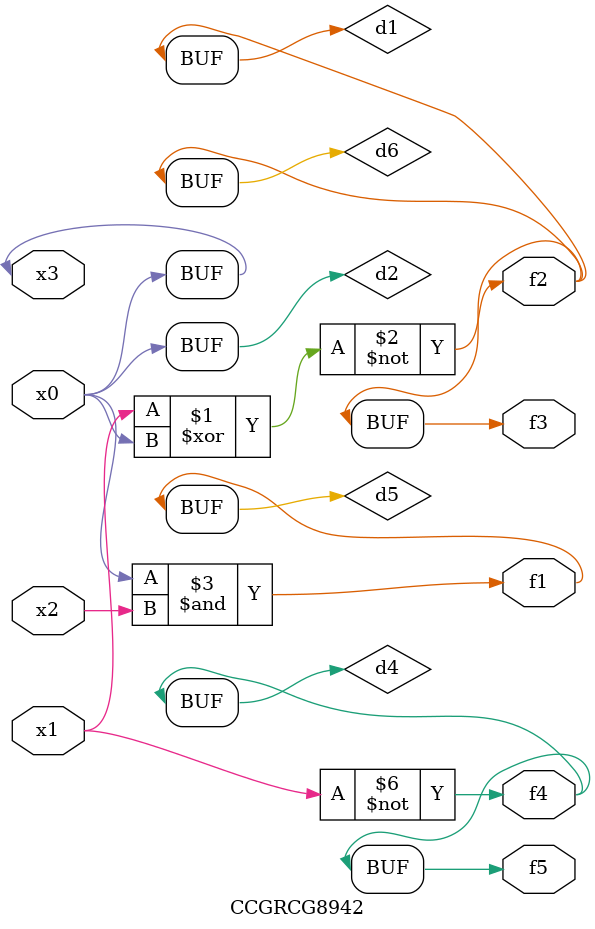
<source format=v>
module CCGRCG8942(
	input x0, x1, x2, x3,
	output f1, f2, f3, f4, f5
);

	wire d1, d2, d3, d4, d5, d6;

	xnor (d1, x1, x3);
	buf (d2, x0, x3);
	nand (d3, x0, x2);
	not (d4, x1);
	nand (d5, d3);
	or (d6, d1);
	assign f1 = d5;
	assign f2 = d6;
	assign f3 = d6;
	assign f4 = d4;
	assign f5 = d4;
endmodule

</source>
